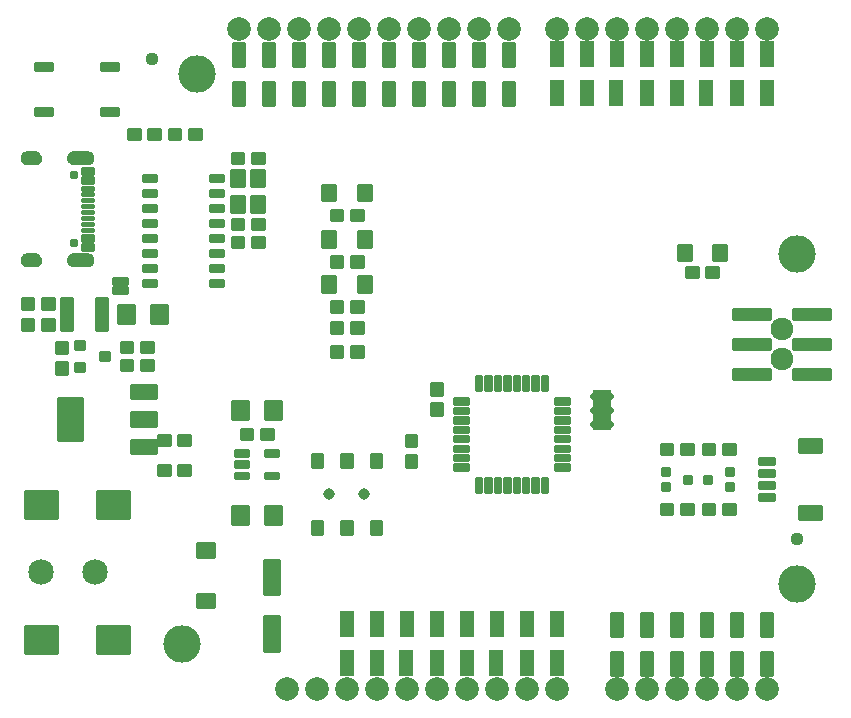
<source format=gts>
G04 EAGLE Gerber RS-274X export*
G75*
%MOMM*%
%FSLAX34Y34*%
%LPD*%
%INSoldermask Top*%
%IPPOS*%
%AMOC8*
5,1,8,0,0,1.08239X$1,22.5*%
G01*
%ADD10C,0.225400*%
%ADD11C,0.229050*%
%ADD12C,0.231750*%
%ADD13C,0.228853*%
%ADD14C,0.232700*%
%ADD15C,3.175000*%
%ADD16C,1.127000*%
%ADD17R,1.200000X2.200000*%
%ADD18C,0.577000*%
%ADD19R,1.534156X3.495038*%
%ADD20C,1.927000*%
%ADD21C,0.225588*%
%ADD22C,0.223519*%
%ADD23C,0.227428*%
%ADD24C,2.159000*%
%ADD25C,0.231559*%
%ADD26C,0.226312*%
%ADD27C,0.223409*%
%ADD28C,0.225369*%
%ADD29C,0.230578*%
%ADD30C,0.777000*%
%ADD31C,0.222250*%
%ADD32C,0.228600*%
%ADD33C,0.977000*%
%ADD34C,2.006600*%

G36*
X60304Y456254D02*
X60304Y456254D01*
X60307Y456251D01*
X61429Y456406D01*
X61434Y456411D01*
X61438Y456408D01*
X62509Y456779D01*
X62513Y456785D01*
X62518Y456783D01*
X63495Y457356D01*
X63498Y457362D01*
X63503Y457361D01*
X64350Y458114D01*
X64352Y458121D01*
X64357Y458121D01*
X65041Y459024D01*
X65041Y459031D01*
X65046Y459032D01*
X65541Y460051D01*
X65539Y460058D01*
X65544Y460060D01*
X65831Y461157D01*
X65829Y461161D01*
X65831Y461162D01*
X65829Y461164D01*
X65832Y461166D01*
X65899Y462297D01*
X65897Y462301D01*
X65899Y462303D01*
X65832Y463434D01*
X65827Y463439D01*
X65831Y463443D01*
X65544Y464540D01*
X65538Y464544D01*
X65541Y464549D01*
X65046Y465568D01*
X65040Y465571D01*
X65041Y465576D01*
X64357Y466479D01*
X64350Y466481D01*
X64350Y466486D01*
X63503Y467239D01*
X63496Y467239D01*
X63495Y467244D01*
X62518Y467817D01*
X62511Y467816D01*
X62509Y467821D01*
X61438Y468192D01*
X61432Y468189D01*
X61429Y468194D01*
X60307Y468349D01*
X60302Y468346D01*
X60300Y468349D01*
X48300Y468349D01*
X48295Y468346D01*
X48292Y468349D01*
X47025Y468144D01*
X47019Y468138D01*
X47015Y468141D01*
X45825Y467659D01*
X45821Y467652D01*
X45815Y467654D01*
X44762Y466920D01*
X44760Y466912D01*
X44754Y466913D01*
X43891Y465963D01*
X43890Y465954D01*
X43885Y465954D01*
X43255Y464835D01*
X43256Y464827D01*
X43250Y464825D01*
X42885Y463595D01*
X42888Y463587D01*
X42883Y463584D01*
X42801Y462303D01*
X42804Y462299D01*
X42801Y462297D01*
X42883Y461016D01*
X42889Y461010D01*
X42885Y461005D01*
X43250Y459775D01*
X43257Y459770D01*
X43255Y459765D01*
X43885Y458646D01*
X43892Y458643D01*
X43891Y458637D01*
X44754Y457687D01*
X44762Y457686D01*
X44762Y457680D01*
X45815Y456946D01*
X45823Y456946D01*
X45825Y456941D01*
X47015Y456459D01*
X47022Y456461D01*
X47025Y456456D01*
X48292Y456251D01*
X48297Y456254D01*
X48300Y456251D01*
X60300Y456251D01*
X60304Y456254D01*
G37*
G36*
X60304Y369854D02*
X60304Y369854D01*
X60307Y369851D01*
X61429Y370006D01*
X61434Y370011D01*
X61438Y370008D01*
X62509Y370379D01*
X62513Y370385D01*
X62518Y370383D01*
X63495Y370956D01*
X63498Y370962D01*
X63503Y370961D01*
X64350Y371714D01*
X64352Y371721D01*
X64357Y371721D01*
X65041Y372624D01*
X65041Y372631D01*
X65046Y372632D01*
X65541Y373651D01*
X65539Y373658D01*
X65544Y373660D01*
X65831Y374757D01*
X65829Y374761D01*
X65831Y374762D01*
X65829Y374764D01*
X65832Y374766D01*
X65899Y375897D01*
X65897Y375901D01*
X65899Y375903D01*
X65832Y377034D01*
X65827Y377039D01*
X65831Y377043D01*
X65544Y378140D01*
X65538Y378144D01*
X65541Y378149D01*
X65046Y379168D01*
X65040Y379171D01*
X65041Y379176D01*
X64357Y380079D01*
X64350Y380081D01*
X64350Y380086D01*
X63503Y380839D01*
X63496Y380839D01*
X63495Y380844D01*
X62518Y381417D01*
X62511Y381416D01*
X62509Y381421D01*
X61438Y381792D01*
X61432Y381789D01*
X61429Y381794D01*
X60307Y381949D01*
X60302Y381946D01*
X60300Y381949D01*
X48300Y381949D01*
X48295Y381946D01*
X48292Y381949D01*
X47025Y381744D01*
X47019Y381738D01*
X47015Y381741D01*
X45825Y381259D01*
X45821Y381252D01*
X45815Y381254D01*
X44762Y380520D01*
X44760Y380512D01*
X44754Y380513D01*
X43891Y379563D01*
X43890Y379554D01*
X43885Y379554D01*
X43255Y378435D01*
X43256Y378427D01*
X43250Y378425D01*
X42885Y377195D01*
X42888Y377187D01*
X42883Y377184D01*
X42801Y375903D01*
X42804Y375899D01*
X42801Y375897D01*
X42883Y374616D01*
X42889Y374610D01*
X42885Y374605D01*
X43250Y373375D01*
X43257Y373370D01*
X43255Y373365D01*
X43885Y372246D01*
X43892Y372243D01*
X43891Y372237D01*
X44754Y371287D01*
X44762Y371286D01*
X44762Y371280D01*
X45815Y370546D01*
X45823Y370546D01*
X45825Y370541D01*
X47015Y370059D01*
X47022Y370061D01*
X47025Y370056D01*
X48292Y369851D01*
X48297Y369854D01*
X48300Y369851D01*
X60300Y369851D01*
X60304Y369854D01*
G37*
G36*
X15503Y456253D02*
X15503Y456253D01*
X15505Y456251D01*
X16681Y456362D01*
X16686Y456367D01*
X16690Y456364D01*
X17822Y456702D01*
X17826Y456708D01*
X17831Y456706D01*
X18875Y457258D01*
X18878Y457265D01*
X18883Y457263D01*
X19799Y458009D01*
X19800Y458016D01*
X19806Y458016D01*
X20559Y458926D01*
X20559Y458933D01*
X20564Y458934D01*
X21125Y459973D01*
X21124Y459978D01*
X21128Y459980D01*
X21127Y459981D01*
X21129Y459982D01*
X21476Y461111D01*
X21476Y461112D01*
X21477Y461113D01*
X21474Y461117D01*
X21478Y461120D01*
X21599Y462295D01*
X21595Y462302D01*
X21599Y462306D01*
X21442Y463646D01*
X21437Y463652D01*
X21440Y463657D01*
X20989Y464928D01*
X20982Y464933D01*
X20984Y464938D01*
X20262Y466077D01*
X20254Y466080D01*
X20255Y466086D01*
X19297Y467036D01*
X19289Y467037D01*
X19288Y467043D01*
X18143Y467756D01*
X18135Y467755D01*
X18133Y467761D01*
X16857Y468201D01*
X16850Y468199D01*
X16847Y468203D01*
X15505Y468349D01*
X15502Y468347D01*
X15500Y468349D01*
X9500Y468349D01*
X9497Y468347D01*
X9494Y468349D01*
X8165Y468194D01*
X8159Y468188D01*
X8155Y468191D01*
X6894Y467744D01*
X6889Y467737D01*
X6884Y467739D01*
X5754Y467022D01*
X5751Y467015D01*
X5745Y467016D01*
X4803Y466066D01*
X4802Y466057D01*
X4796Y466057D01*
X4089Y464921D01*
X4090Y464913D01*
X4084Y464911D01*
X3648Y463646D01*
X3650Y463638D01*
X3645Y463636D01*
X3501Y462305D01*
X3505Y462299D01*
X3501Y462295D01*
X3611Y461129D01*
X3616Y461124D01*
X3613Y461120D01*
X3948Y459997D01*
X3954Y459993D01*
X3952Y459989D01*
X4500Y458953D01*
X4506Y458950D01*
X4505Y458945D01*
X5244Y458037D01*
X5251Y458035D01*
X5251Y458030D01*
X6153Y457283D01*
X6161Y457283D01*
X6161Y457278D01*
X7192Y456721D01*
X7199Y456722D01*
X7201Y456717D01*
X8320Y456373D01*
X8327Y456375D01*
X8330Y456371D01*
X9495Y456251D01*
X9498Y456253D01*
X9500Y456251D01*
X15500Y456251D01*
X15503Y456253D01*
G37*
G36*
X15503Y369853D02*
X15503Y369853D01*
X15505Y369851D01*
X16681Y369962D01*
X16686Y369967D01*
X16690Y369964D01*
X17822Y370302D01*
X17826Y370308D01*
X17831Y370306D01*
X18875Y370858D01*
X18878Y370865D01*
X18883Y370863D01*
X19799Y371609D01*
X19800Y371616D01*
X19806Y371616D01*
X20559Y372526D01*
X20559Y372533D01*
X20564Y372534D01*
X21125Y373573D01*
X21124Y373578D01*
X21128Y373580D01*
X21127Y373581D01*
X21129Y373582D01*
X21476Y374711D01*
X21476Y374712D01*
X21477Y374713D01*
X21474Y374717D01*
X21478Y374720D01*
X21599Y375895D01*
X21595Y375902D01*
X21599Y375906D01*
X21442Y377246D01*
X21437Y377252D01*
X21440Y377257D01*
X20989Y378528D01*
X20982Y378533D01*
X20984Y378538D01*
X20262Y379677D01*
X20254Y379680D01*
X20255Y379686D01*
X19297Y380636D01*
X19289Y380637D01*
X19288Y380643D01*
X18143Y381356D01*
X18135Y381355D01*
X18133Y381361D01*
X16857Y381801D01*
X16850Y381799D01*
X16847Y381803D01*
X15505Y381949D01*
X15502Y381947D01*
X15500Y381949D01*
X9500Y381949D01*
X9497Y381947D01*
X9494Y381949D01*
X8165Y381794D01*
X8159Y381788D01*
X8155Y381791D01*
X6894Y381344D01*
X6889Y381337D01*
X6884Y381339D01*
X5754Y380622D01*
X5751Y380615D01*
X5745Y380616D01*
X4803Y379666D01*
X4802Y379657D01*
X4796Y379657D01*
X4089Y378521D01*
X4090Y378513D01*
X4084Y378511D01*
X3648Y377246D01*
X3650Y377238D01*
X3645Y377236D01*
X3501Y375905D01*
X3505Y375899D01*
X3501Y375895D01*
X3611Y374729D01*
X3616Y374724D01*
X3613Y374720D01*
X3948Y373597D01*
X3954Y373593D01*
X3952Y373589D01*
X4500Y372553D01*
X4506Y372550D01*
X4505Y372545D01*
X5244Y371637D01*
X5251Y371635D01*
X5251Y371630D01*
X6153Y370883D01*
X6161Y370883D01*
X6161Y370878D01*
X7192Y370321D01*
X7199Y370322D01*
X7201Y370317D01*
X8320Y369973D01*
X8327Y369975D01*
X8330Y369971D01*
X9495Y369851D01*
X9498Y369853D01*
X9500Y369851D01*
X15500Y369851D01*
X15503Y369853D01*
G37*
D10*
X329502Y218122D02*
X329502Y228138D01*
X338518Y228138D01*
X338518Y218122D01*
X329502Y218122D01*
X329502Y220263D02*
X338518Y220263D01*
X338518Y222404D02*
X329502Y222404D01*
X329502Y224545D02*
X338518Y224545D01*
X338518Y226686D02*
X329502Y226686D01*
X329502Y211138D02*
X329502Y201122D01*
X329502Y211138D02*
X338518Y211138D01*
X338518Y201122D01*
X329502Y201122D01*
X329502Y203263D02*
X338518Y203263D01*
X338518Y205404D02*
X329502Y205404D01*
X329502Y207545D02*
X338518Y207545D01*
X338518Y209686D02*
X329502Y209686D01*
X292908Y418528D02*
X282892Y418528D01*
X292908Y418528D02*
X292908Y409512D01*
X282892Y409512D01*
X282892Y418528D01*
X282892Y411653D02*
X292908Y411653D01*
X292908Y413794D02*
X282892Y413794D01*
X282892Y415935D02*
X292908Y415935D01*
X292908Y418076D02*
X282892Y418076D01*
X275908Y418528D02*
X265892Y418528D01*
X275908Y418528D02*
X275908Y409512D01*
X265892Y409512D01*
X265892Y418528D01*
X265892Y411653D02*
X275908Y411653D01*
X275908Y413794D02*
X265892Y413794D01*
X265892Y415935D02*
X275908Y415935D01*
X275908Y418076D02*
X265892Y418076D01*
X566882Y361252D02*
X576898Y361252D01*
X566882Y361252D02*
X566882Y370268D01*
X576898Y370268D01*
X576898Y361252D01*
X576898Y363393D02*
X566882Y363393D01*
X566882Y365534D02*
X576898Y365534D01*
X576898Y367675D02*
X566882Y367675D01*
X566882Y369816D02*
X576898Y369816D01*
X583882Y361252D02*
X593898Y361252D01*
X583882Y361252D02*
X583882Y370268D01*
X593898Y370268D01*
X593898Y361252D01*
X593898Y363393D02*
X583882Y363393D01*
X583882Y365534D02*
X593898Y365534D01*
X593898Y367675D02*
X583882Y367675D01*
X583882Y369816D02*
X593898Y369816D01*
X292908Y302958D02*
X282892Y302958D01*
X292908Y302958D02*
X292908Y293942D01*
X282892Y293942D01*
X282892Y302958D01*
X282892Y296083D02*
X292908Y296083D01*
X292908Y298224D02*
X282892Y298224D01*
X282892Y300365D02*
X292908Y300365D01*
X292908Y302506D02*
X282892Y302506D01*
X275908Y302958D02*
X265892Y302958D01*
X275908Y302958D02*
X275908Y293942D01*
X265892Y293942D01*
X265892Y302958D01*
X265892Y296083D02*
X275908Y296083D01*
X275908Y298224D02*
X265892Y298224D01*
X265892Y300365D02*
X275908Y300365D01*
X275908Y302506D02*
X265892Y302506D01*
X351092Y271878D02*
X351092Y261862D01*
X351092Y271878D02*
X360108Y271878D01*
X360108Y261862D01*
X351092Y261862D01*
X351092Y264003D02*
X360108Y264003D01*
X360108Y266144D02*
X351092Y266144D01*
X351092Y268285D02*
X360108Y268285D01*
X360108Y270426D02*
X351092Y270426D01*
X351092Y254878D02*
X351092Y244862D01*
X351092Y254878D02*
X360108Y254878D01*
X360108Y244862D01*
X351092Y244862D01*
X351092Y247003D02*
X360108Y247003D01*
X360108Y249144D02*
X351092Y249144D01*
X351092Y251285D02*
X360108Y251285D01*
X360108Y253426D02*
X351092Y253426D01*
D11*
X210710Y167510D02*
X210710Y152530D01*
X210710Y167510D02*
X223690Y167510D01*
X223690Y152530D01*
X210710Y152530D01*
X210710Y154706D02*
X223690Y154706D01*
X223690Y156882D02*
X210710Y156882D01*
X210710Y159058D02*
X223690Y159058D01*
X223690Y161234D02*
X210710Y161234D01*
X210710Y163410D02*
X223690Y163410D01*
X223690Y165586D02*
X210710Y165586D01*
X182710Y167510D02*
X182710Y152530D01*
X182710Y167510D02*
X195690Y167510D01*
X195690Y152530D01*
X182710Y152530D01*
X182710Y154706D02*
X195690Y154706D01*
X195690Y156882D02*
X182710Y156882D01*
X182710Y159058D02*
X195690Y159058D01*
X195690Y161234D02*
X182710Y161234D01*
X182710Y163410D02*
X195690Y163410D01*
X195690Y165586D02*
X182710Y165586D01*
D10*
X98108Y282512D02*
X88092Y282512D01*
X88092Y291528D01*
X98108Y291528D01*
X98108Y282512D01*
X98108Y284653D02*
X88092Y284653D01*
X88092Y286794D02*
X98108Y286794D01*
X98108Y288935D02*
X88092Y288935D01*
X88092Y291076D02*
X98108Y291076D01*
X105092Y282512D02*
X115108Y282512D01*
X105092Y282512D02*
X105092Y291528D01*
X115108Y291528D01*
X115108Y282512D01*
X115108Y284653D02*
X105092Y284653D01*
X105092Y286794D02*
X115108Y286794D01*
X115108Y288935D02*
X105092Y288935D01*
X105092Y291076D02*
X115108Y291076D01*
D11*
X222390Y122310D02*
X222390Y93330D01*
X209410Y93330D01*
X209410Y122310D01*
X222390Y122310D01*
X222390Y95506D02*
X209410Y95506D01*
X209410Y97682D02*
X222390Y97682D01*
X222390Y99858D02*
X209410Y99858D01*
X209410Y102034D02*
X222390Y102034D01*
X222390Y104210D02*
X209410Y104210D01*
X209410Y106386D02*
X222390Y106386D01*
X222390Y108562D02*
X209410Y108562D01*
X209410Y110738D02*
X222390Y110738D01*
X222390Y112914D02*
X209410Y112914D01*
X209410Y115090D02*
X222390Y115090D01*
X222390Y117266D02*
X209410Y117266D01*
X209410Y119442D02*
X222390Y119442D01*
X222390Y121618D02*
X209410Y121618D01*
X222390Y74310D02*
X222390Y45330D01*
X209410Y45330D01*
X209410Y74310D01*
X222390Y74310D01*
X222390Y47506D02*
X209410Y47506D01*
X209410Y49682D02*
X222390Y49682D01*
X222390Y51858D02*
X209410Y51858D01*
X209410Y54034D02*
X222390Y54034D01*
X222390Y56210D02*
X209410Y56210D01*
X209410Y58386D02*
X222390Y58386D01*
X222390Y60562D02*
X209410Y60562D01*
X209410Y62738D02*
X222390Y62738D01*
X222390Y64914D02*
X209410Y64914D01*
X209410Y67090D02*
X222390Y67090D01*
X222390Y69266D02*
X209410Y69266D01*
X209410Y71442D02*
X222390Y71442D01*
X222390Y73618D02*
X209410Y73618D01*
D10*
X33592Y296862D02*
X33592Y306878D01*
X42608Y306878D01*
X42608Y296862D01*
X33592Y296862D01*
X33592Y299003D02*
X42608Y299003D01*
X42608Y301144D02*
X33592Y301144D01*
X33592Y303285D02*
X42608Y303285D01*
X42608Y305426D02*
X33592Y305426D01*
X33592Y289878D02*
X33592Y279862D01*
X33592Y289878D02*
X42608Y289878D01*
X42608Y279862D01*
X33592Y279862D01*
X33592Y282003D02*
X42608Y282003D01*
X42608Y284144D02*
X33592Y284144D01*
X33592Y286285D02*
X42608Y286285D01*
X42608Y288426D02*
X33592Y288426D01*
D12*
X49524Y300664D02*
X49524Y307616D01*
X57476Y307616D01*
X57476Y300664D01*
X49524Y300664D01*
X49524Y302866D02*
X57476Y302866D01*
X57476Y305068D02*
X49524Y305068D01*
X49524Y307270D02*
X57476Y307270D01*
X49524Y288616D02*
X49524Y281664D01*
X49524Y288616D02*
X57476Y288616D01*
X57476Y281664D01*
X49524Y281664D01*
X49524Y283866D02*
X57476Y283866D01*
X57476Y286068D02*
X49524Y286068D01*
X49524Y288270D02*
X57476Y288270D01*
X70524Y291164D02*
X70524Y298116D01*
X78476Y298116D01*
X78476Y291164D01*
X70524Y291164D01*
X70524Y293366D02*
X78476Y293366D01*
X78476Y295568D02*
X70524Y295568D01*
X70524Y297770D02*
X78476Y297770D01*
D10*
X265892Y314262D02*
X275908Y314262D01*
X265892Y314262D02*
X265892Y323278D01*
X275908Y323278D01*
X275908Y314262D01*
X275908Y316403D02*
X265892Y316403D01*
X265892Y318544D02*
X275908Y318544D01*
X275908Y320685D02*
X265892Y320685D01*
X265892Y322826D02*
X275908Y322826D01*
X282892Y314262D02*
X292908Y314262D01*
X282892Y314262D02*
X282892Y323278D01*
X292908Y323278D01*
X292908Y314262D01*
X292908Y316403D02*
X282892Y316403D01*
X282892Y318544D02*
X292908Y318544D01*
X292908Y320685D02*
X282892Y320685D01*
X282892Y322826D02*
X292908Y322826D01*
X31288Y325818D02*
X21272Y325818D01*
X31288Y325818D02*
X31288Y316802D01*
X21272Y316802D01*
X21272Y325818D01*
X21272Y318943D02*
X31288Y318943D01*
X31288Y321084D02*
X21272Y321084D01*
X21272Y323225D02*
X31288Y323225D01*
X31288Y325366D02*
X21272Y325366D01*
X14288Y325818D02*
X4272Y325818D01*
X14288Y325818D02*
X14288Y316802D01*
X4272Y316802D01*
X4272Y325818D01*
X4272Y318943D02*
X14288Y318943D01*
X14288Y321084D02*
X4272Y321084D01*
X4272Y323225D02*
X14288Y323225D01*
X14288Y325366D02*
X4272Y325366D01*
D13*
X117855Y223773D02*
X117855Y212599D01*
X96521Y212599D01*
X96521Y223773D01*
X117855Y223773D01*
X117855Y214774D02*
X96521Y214774D01*
X96521Y216949D02*
X117855Y216949D01*
X117855Y219124D02*
X96521Y219124D01*
X96521Y221299D02*
X117855Y221299D01*
X117855Y223474D02*
X96521Y223474D01*
X117855Y235713D02*
X117855Y246887D01*
X117855Y235713D02*
X96521Y235713D01*
X96521Y246887D01*
X117855Y246887D01*
X117855Y237888D02*
X96521Y237888D01*
X96521Y240063D02*
X117855Y240063D01*
X117855Y242238D02*
X96521Y242238D01*
X96521Y244413D02*
X117855Y244413D01*
X117855Y246588D02*
X96521Y246588D01*
X117855Y258827D02*
X117855Y270001D01*
X117855Y258827D02*
X96521Y258827D01*
X96521Y270001D01*
X117855Y270001D01*
X117855Y261002D02*
X96521Y261002D01*
X96521Y263177D02*
X117855Y263177D01*
X117855Y265352D02*
X96521Y265352D01*
X96521Y267527D02*
X117855Y267527D01*
X117855Y269702D02*
X96521Y269702D01*
D14*
X55682Y258772D02*
X55682Y223828D01*
X34738Y223828D01*
X34738Y258772D01*
X55682Y258772D01*
X55682Y226039D02*
X34738Y226039D01*
X34738Y228250D02*
X55682Y228250D01*
X55682Y230461D02*
X34738Y230461D01*
X34738Y232672D02*
X55682Y232672D01*
X55682Y234883D02*
X34738Y234883D01*
X34738Y237094D02*
X55682Y237094D01*
X55682Y239305D02*
X34738Y239305D01*
X34738Y241516D02*
X55682Y241516D01*
X55682Y243727D02*
X34738Y243727D01*
X34738Y245938D02*
X55682Y245938D01*
X55682Y248149D02*
X34738Y248149D01*
X34738Y250360D02*
X55682Y250360D01*
X55682Y252571D02*
X34738Y252571D01*
X34738Y254782D02*
X55682Y254782D01*
X55682Y256993D02*
X34738Y256993D01*
D10*
X136842Y202628D02*
X146858Y202628D01*
X146858Y193612D01*
X136842Y193612D01*
X136842Y202628D01*
X136842Y195753D02*
X146858Y195753D01*
X146858Y197894D02*
X136842Y197894D01*
X136842Y200035D02*
X146858Y200035D01*
X146858Y202176D02*
X136842Y202176D01*
X129858Y202628D02*
X119842Y202628D01*
X129858Y202628D02*
X129858Y193612D01*
X119842Y193612D01*
X119842Y202628D01*
X119842Y195753D02*
X129858Y195753D01*
X129858Y197894D02*
X119842Y197894D01*
X119842Y200035D02*
X129858Y200035D01*
X129858Y202176D02*
X119842Y202176D01*
X119842Y219012D02*
X129858Y219012D01*
X119842Y219012D02*
X119842Y228028D01*
X129858Y228028D01*
X129858Y219012D01*
X129858Y221153D02*
X119842Y221153D01*
X119842Y223294D02*
X129858Y223294D01*
X129858Y225435D02*
X119842Y225435D01*
X119842Y227576D02*
X129858Y227576D01*
X136842Y219012D02*
X146858Y219012D01*
X136842Y219012D02*
X136842Y228028D01*
X146858Y228028D01*
X146858Y219012D01*
X146858Y221153D02*
X136842Y221153D01*
X136842Y223294D02*
X146858Y223294D01*
X146858Y225435D02*
X136842Y225435D01*
X136842Y227576D02*
X146858Y227576D01*
D15*
X139700Y50800D03*
X660400Y101600D03*
X660400Y381000D03*
X152400Y533400D03*
D16*
X660400Y139700D03*
X114300Y546100D03*
D10*
X98108Y297752D02*
X88092Y297752D01*
X88092Y306768D01*
X98108Y306768D01*
X98108Y297752D01*
X98108Y299893D02*
X88092Y299893D01*
X88092Y302034D02*
X98108Y302034D01*
X98108Y304175D02*
X88092Y304175D01*
X88092Y306316D02*
X98108Y306316D01*
X105092Y297752D02*
X115108Y297752D01*
X105092Y297752D02*
X105092Y306768D01*
X115108Y306768D01*
X115108Y297752D01*
X115108Y299893D02*
X105092Y299893D01*
X105092Y302034D02*
X115108Y302034D01*
X115108Y304175D02*
X105092Y304175D01*
X105092Y306316D02*
X115108Y306316D01*
D11*
X114190Y322710D02*
X114190Y337690D01*
X127170Y337690D01*
X127170Y322710D01*
X114190Y322710D01*
X114190Y324886D02*
X127170Y324886D01*
X127170Y327062D02*
X114190Y327062D01*
X114190Y329238D02*
X127170Y329238D01*
X127170Y331414D02*
X114190Y331414D01*
X114190Y333590D02*
X127170Y333590D01*
X127170Y335766D02*
X114190Y335766D01*
X86190Y337690D02*
X86190Y322710D01*
X86190Y337690D02*
X99170Y337690D01*
X99170Y322710D01*
X86190Y322710D01*
X86190Y324886D02*
X99170Y324886D01*
X99170Y327062D02*
X86190Y327062D01*
X86190Y329238D02*
X99170Y329238D01*
X99170Y331414D02*
X86190Y331414D01*
X86190Y333590D02*
X99170Y333590D01*
X99170Y335766D02*
X86190Y335766D01*
D10*
X335852Y507392D02*
X335852Y526408D01*
X344868Y526408D01*
X344868Y507392D01*
X335852Y507392D01*
X335852Y509533D02*
X344868Y509533D01*
X344868Y511674D02*
X335852Y511674D01*
X335852Y513815D02*
X344868Y513815D01*
X344868Y515956D02*
X335852Y515956D01*
X335852Y518097D02*
X344868Y518097D01*
X344868Y520238D02*
X335852Y520238D01*
X335852Y522379D02*
X344868Y522379D01*
X344868Y524520D02*
X335852Y524520D01*
X285052Y526408D02*
X285052Y507392D01*
X285052Y526408D02*
X294068Y526408D01*
X294068Y507392D01*
X285052Y507392D01*
X285052Y509533D02*
X294068Y509533D01*
X294068Y511674D02*
X285052Y511674D01*
X285052Y513815D02*
X294068Y513815D01*
X294068Y515956D02*
X285052Y515956D01*
X285052Y518097D02*
X294068Y518097D01*
X294068Y520238D02*
X285052Y520238D01*
X285052Y522379D02*
X294068Y522379D01*
X294068Y524520D02*
X285052Y524520D01*
X234252Y526408D02*
X234252Y507392D01*
X234252Y526408D02*
X243268Y526408D01*
X243268Y507392D01*
X234252Y507392D01*
X234252Y509533D02*
X243268Y509533D01*
X243268Y511674D02*
X234252Y511674D01*
X234252Y513815D02*
X243268Y513815D01*
X243268Y515956D02*
X234252Y515956D01*
X234252Y518097D02*
X243268Y518097D01*
X243268Y520238D02*
X234252Y520238D01*
X234252Y522379D02*
X243268Y522379D01*
X243268Y524520D02*
X234252Y524520D01*
X361252Y540392D02*
X361252Y559408D01*
X370268Y559408D01*
X370268Y540392D01*
X361252Y540392D01*
X361252Y542533D02*
X370268Y542533D01*
X370268Y544674D02*
X361252Y544674D01*
X361252Y546815D02*
X370268Y546815D01*
X370268Y548956D02*
X361252Y548956D01*
X361252Y551097D02*
X370268Y551097D01*
X370268Y553238D02*
X361252Y553238D01*
X361252Y555379D02*
X370268Y555379D01*
X370268Y557520D02*
X361252Y557520D01*
X310452Y559408D02*
X310452Y540392D01*
X310452Y559408D02*
X319468Y559408D01*
X319468Y540392D01*
X310452Y540392D01*
X310452Y542533D02*
X319468Y542533D01*
X319468Y544674D02*
X310452Y544674D01*
X310452Y546815D02*
X319468Y546815D01*
X319468Y548956D02*
X310452Y548956D01*
X310452Y551097D02*
X319468Y551097D01*
X319468Y553238D02*
X310452Y553238D01*
X310452Y555379D02*
X319468Y555379D01*
X319468Y557520D02*
X310452Y557520D01*
X259652Y559408D02*
X259652Y540392D01*
X259652Y559408D02*
X268668Y559408D01*
X268668Y540392D01*
X259652Y540392D01*
X259652Y542533D02*
X268668Y542533D01*
X268668Y544674D02*
X259652Y544674D01*
X259652Y546815D02*
X268668Y546815D01*
X268668Y548956D02*
X259652Y548956D01*
X259652Y551097D02*
X268668Y551097D01*
X268668Y553238D02*
X259652Y553238D01*
X259652Y555379D02*
X268668Y555379D01*
X268668Y557520D02*
X259652Y557520D01*
X208852Y559408D02*
X208852Y540392D01*
X208852Y559408D02*
X217868Y559408D01*
X217868Y540392D01*
X208852Y540392D01*
X208852Y542533D02*
X217868Y542533D01*
X217868Y544674D02*
X208852Y544674D01*
X208852Y546815D02*
X217868Y546815D01*
X217868Y548956D02*
X208852Y548956D01*
X208852Y551097D02*
X217868Y551097D01*
X217868Y553238D02*
X208852Y553238D01*
X208852Y555379D02*
X217868Y555379D01*
X217868Y557520D02*
X208852Y557520D01*
X192468Y559408D02*
X192468Y540392D01*
X183452Y540392D01*
X183452Y559408D01*
X192468Y559408D01*
X192468Y542533D02*
X183452Y542533D01*
X183452Y544674D02*
X192468Y544674D01*
X192468Y546815D02*
X183452Y546815D01*
X183452Y548956D02*
X192468Y548956D01*
X192468Y551097D02*
X183452Y551097D01*
X183452Y553238D02*
X192468Y553238D01*
X192468Y555379D02*
X183452Y555379D01*
X183452Y557520D02*
X192468Y557520D01*
X217868Y526408D02*
X217868Y507392D01*
X208852Y507392D01*
X208852Y526408D01*
X217868Y526408D01*
X217868Y509533D02*
X208852Y509533D01*
X208852Y511674D02*
X217868Y511674D01*
X217868Y513815D02*
X208852Y513815D01*
X208852Y515956D02*
X217868Y515956D01*
X217868Y518097D02*
X208852Y518097D01*
X208852Y520238D02*
X217868Y520238D01*
X217868Y522379D02*
X208852Y522379D01*
X208852Y524520D02*
X217868Y524520D01*
X243268Y540392D02*
X243268Y559408D01*
X243268Y540392D02*
X234252Y540392D01*
X234252Y559408D01*
X243268Y559408D01*
X243268Y542533D02*
X234252Y542533D01*
X234252Y544674D02*
X243268Y544674D01*
X243268Y546815D02*
X234252Y546815D01*
X234252Y548956D02*
X243268Y548956D01*
X243268Y551097D02*
X234252Y551097D01*
X234252Y553238D02*
X243268Y553238D01*
X243268Y555379D02*
X234252Y555379D01*
X234252Y557520D02*
X243268Y557520D01*
X268668Y526408D02*
X268668Y507392D01*
X259652Y507392D01*
X259652Y526408D01*
X268668Y526408D01*
X268668Y509533D02*
X259652Y509533D01*
X259652Y511674D02*
X268668Y511674D01*
X268668Y513815D02*
X259652Y513815D01*
X259652Y515956D02*
X268668Y515956D01*
X268668Y518097D02*
X259652Y518097D01*
X259652Y520238D02*
X268668Y520238D01*
X268668Y522379D02*
X259652Y522379D01*
X259652Y524520D02*
X268668Y524520D01*
X294068Y540392D02*
X294068Y559408D01*
X294068Y540392D02*
X285052Y540392D01*
X285052Y559408D01*
X294068Y559408D01*
X294068Y542533D02*
X285052Y542533D01*
X285052Y544674D02*
X294068Y544674D01*
X294068Y546815D02*
X285052Y546815D01*
X285052Y548956D02*
X294068Y548956D01*
X294068Y551097D02*
X285052Y551097D01*
X285052Y553238D02*
X294068Y553238D01*
X294068Y555379D02*
X285052Y555379D01*
X285052Y557520D02*
X294068Y557520D01*
X319468Y526408D02*
X319468Y507392D01*
X310452Y507392D01*
X310452Y526408D01*
X319468Y526408D01*
X319468Y509533D02*
X310452Y509533D01*
X310452Y511674D02*
X319468Y511674D01*
X319468Y513815D02*
X310452Y513815D01*
X310452Y515956D02*
X319468Y515956D01*
X319468Y518097D02*
X310452Y518097D01*
X310452Y520238D02*
X319468Y520238D01*
X319468Y522379D02*
X310452Y522379D01*
X310452Y524520D02*
X319468Y524520D01*
X344868Y540392D02*
X344868Y559408D01*
X344868Y540392D02*
X335852Y540392D01*
X335852Y559408D01*
X344868Y559408D01*
X344868Y542533D02*
X335852Y542533D01*
X335852Y544674D02*
X344868Y544674D01*
X344868Y546815D02*
X335852Y546815D01*
X335852Y548956D02*
X344868Y548956D01*
X344868Y551097D02*
X335852Y551097D01*
X335852Y553238D02*
X344868Y553238D01*
X344868Y555379D02*
X335852Y555379D01*
X335852Y557520D02*
X344868Y557520D01*
X361252Y526408D02*
X361252Y507392D01*
X361252Y526408D02*
X370268Y526408D01*
X370268Y507392D01*
X361252Y507392D01*
X361252Y509533D02*
X370268Y509533D01*
X370268Y511674D02*
X361252Y511674D01*
X361252Y513815D02*
X370268Y513815D01*
X370268Y515956D02*
X361252Y515956D01*
X361252Y518097D02*
X370268Y518097D01*
X370268Y520238D02*
X361252Y520238D01*
X361252Y522379D02*
X370268Y522379D01*
X370268Y524520D02*
X361252Y524520D01*
X183452Y526408D02*
X183452Y507392D01*
X183452Y526408D02*
X192468Y526408D01*
X192468Y507392D01*
X183452Y507392D01*
X183452Y509533D02*
X192468Y509533D01*
X192468Y511674D02*
X183452Y511674D01*
X183452Y513815D02*
X192468Y513815D01*
X192468Y515956D02*
X183452Y515956D01*
X183452Y518097D02*
X192468Y518097D01*
X192468Y520238D02*
X183452Y520238D01*
X183452Y522379D02*
X192468Y522379D01*
X192468Y524520D02*
X183452Y524520D01*
X386652Y540392D02*
X386652Y559408D01*
X395668Y559408D01*
X395668Y540392D01*
X386652Y540392D01*
X386652Y542533D02*
X395668Y542533D01*
X395668Y544674D02*
X386652Y544674D01*
X386652Y546815D02*
X395668Y546815D01*
X395668Y548956D02*
X386652Y548956D01*
X386652Y551097D02*
X395668Y551097D01*
X395668Y553238D02*
X386652Y553238D01*
X386652Y555379D02*
X395668Y555379D01*
X395668Y557520D02*
X386652Y557520D01*
X412052Y559408D02*
X412052Y540392D01*
X412052Y559408D02*
X421068Y559408D01*
X421068Y540392D01*
X412052Y540392D01*
X412052Y542533D02*
X421068Y542533D01*
X421068Y544674D02*
X412052Y544674D01*
X412052Y546815D02*
X421068Y546815D01*
X421068Y548956D02*
X412052Y548956D01*
X412052Y551097D02*
X421068Y551097D01*
X421068Y553238D02*
X412052Y553238D01*
X412052Y555379D02*
X421068Y555379D01*
X421068Y557520D02*
X412052Y557520D01*
X386652Y526408D02*
X386652Y507392D01*
X386652Y526408D02*
X395668Y526408D01*
X395668Y507392D01*
X386652Y507392D01*
X386652Y509533D02*
X395668Y509533D01*
X395668Y511674D02*
X386652Y511674D01*
X386652Y513815D02*
X395668Y513815D01*
X395668Y515956D02*
X386652Y515956D01*
X386652Y518097D02*
X395668Y518097D01*
X395668Y520238D02*
X386652Y520238D01*
X386652Y522379D02*
X395668Y522379D01*
X395668Y524520D02*
X386652Y524520D01*
X412052Y526408D02*
X412052Y507392D01*
X412052Y526408D02*
X421068Y526408D01*
X421068Y507392D01*
X412052Y507392D01*
X412052Y509533D02*
X421068Y509533D01*
X421068Y511674D02*
X412052Y511674D01*
X412052Y513815D02*
X421068Y513815D01*
X421068Y515956D02*
X412052Y515956D01*
X412052Y518097D02*
X421068Y518097D01*
X421068Y520238D02*
X412052Y520238D01*
X412052Y522379D02*
X421068Y522379D01*
X421068Y524520D02*
X412052Y524520D01*
D17*
X432000Y67400D03*
X431800Y34400D03*
X457400Y67400D03*
X457200Y34400D03*
X406500Y67400D03*
X406300Y34400D03*
X381200Y67400D03*
X381000Y34400D03*
X355800Y67400D03*
X355600Y34400D03*
X330300Y67400D03*
X330100Y34400D03*
X279600Y67400D03*
X279400Y34400D03*
X305000Y67400D03*
X304800Y34400D03*
D18*
X488025Y236920D02*
X502575Y236920D01*
X502575Y248920D02*
X488025Y248920D01*
X488025Y260920D02*
X502575Y260920D01*
D19*
X495325Y248895D03*
D20*
X647700Y317500D03*
X647700Y292100D03*
D10*
X657742Y300292D02*
X688458Y300292D01*
X657742Y300292D02*
X657742Y309308D01*
X688458Y309308D01*
X688458Y300292D01*
X688458Y302433D02*
X657742Y302433D01*
X657742Y304574D02*
X688458Y304574D01*
X688458Y306715D02*
X657742Y306715D01*
X657742Y308856D02*
X688458Y308856D01*
X637658Y300292D02*
X606942Y300292D01*
X606942Y309308D01*
X637658Y309308D01*
X637658Y300292D01*
X637658Y302433D02*
X606942Y302433D01*
X606942Y304574D02*
X637658Y304574D01*
X637658Y306715D02*
X606942Y306715D01*
X606942Y308856D02*
X637658Y308856D01*
X637658Y274892D02*
X606942Y274892D01*
X606942Y283908D01*
X637658Y283908D01*
X637658Y274892D01*
X637658Y277033D02*
X606942Y277033D01*
X606942Y279174D02*
X637658Y279174D01*
X637658Y281315D02*
X606942Y281315D01*
X606942Y283456D02*
X637658Y283456D01*
X657742Y274892D02*
X688458Y274892D01*
X657742Y274892D02*
X657742Y283908D01*
X688458Y283908D01*
X688458Y274892D01*
X688458Y277033D02*
X657742Y277033D01*
X657742Y279174D02*
X688458Y279174D01*
X688458Y281315D02*
X657742Y281315D01*
X657742Y283456D02*
X688458Y283456D01*
X688458Y325692D02*
X657742Y325692D01*
X657742Y334708D01*
X688458Y334708D01*
X688458Y325692D01*
X688458Y327833D02*
X657742Y327833D01*
X657742Y329974D02*
X688458Y329974D01*
X688458Y332115D02*
X657742Y332115D01*
X657742Y334256D02*
X688458Y334256D01*
X637658Y325692D02*
X606942Y325692D01*
X606942Y334708D01*
X637658Y334708D01*
X637658Y325692D01*
X637658Y327833D02*
X606942Y327833D01*
X606942Y329974D02*
X637658Y329974D01*
X637658Y332115D02*
X606942Y332115D01*
X606942Y334256D02*
X637658Y334256D01*
D11*
X195690Y256410D02*
X195690Y241430D01*
X182710Y241430D01*
X182710Y256410D01*
X195690Y256410D01*
X195690Y243606D02*
X182710Y243606D01*
X182710Y245782D02*
X195690Y245782D01*
X195690Y247958D02*
X182710Y247958D01*
X182710Y250134D02*
X195690Y250134D01*
X195690Y252310D02*
X182710Y252310D01*
X182710Y254486D02*
X195690Y254486D01*
X223690Y256410D02*
X223690Y241430D01*
X210710Y241430D01*
X210710Y256410D01*
X223690Y256410D01*
X223690Y243606D02*
X210710Y243606D01*
X210710Y245782D02*
X223690Y245782D01*
X223690Y247958D02*
X210710Y247958D01*
X210710Y250134D02*
X223690Y250134D01*
X223690Y252310D02*
X210710Y252310D01*
X210710Y254486D02*
X223690Y254486D01*
D21*
X559883Y375763D02*
X570897Y375763D01*
X559883Y375763D02*
X559883Y388777D01*
X570897Y388777D01*
X570897Y375763D01*
X570897Y377906D02*
X559883Y377906D01*
X559883Y380049D02*
X570897Y380049D01*
X570897Y382192D02*
X559883Y382192D01*
X559883Y384335D02*
X570897Y384335D01*
X570897Y386478D02*
X559883Y386478D01*
X559883Y388621D02*
X570897Y388621D01*
X589883Y375763D02*
X600897Y375763D01*
X589883Y375763D02*
X589883Y388777D01*
X600897Y388777D01*
X600897Y375763D01*
X600897Y377906D02*
X589883Y377906D01*
X589883Y380049D02*
X600897Y380049D01*
X600897Y382192D02*
X589883Y382192D01*
X589883Y384335D02*
X600897Y384335D01*
X600897Y386478D02*
X589883Y386478D01*
X589883Y388621D02*
X600897Y388621D01*
X269907Y426563D02*
X258893Y426563D01*
X258893Y439577D01*
X269907Y439577D01*
X269907Y426563D01*
X269907Y428706D02*
X258893Y428706D01*
X258893Y430849D02*
X269907Y430849D01*
X269907Y432992D02*
X258893Y432992D01*
X258893Y435135D02*
X269907Y435135D01*
X269907Y437278D02*
X258893Y437278D01*
X258893Y439421D02*
X269907Y439421D01*
X288893Y426563D02*
X299907Y426563D01*
X288893Y426563D02*
X288893Y439577D01*
X299907Y439577D01*
X299907Y426563D01*
X299907Y428706D02*
X288893Y428706D01*
X288893Y430849D02*
X299907Y430849D01*
X299907Y432992D02*
X288893Y432992D01*
X288893Y435135D02*
X299907Y435135D01*
X299907Y437278D02*
X288893Y437278D01*
X288893Y439421D02*
X299907Y439421D01*
D22*
X153152Y93588D02*
X153152Y81852D01*
X153152Y93588D02*
X166888Y93588D01*
X166888Y81852D01*
X153152Y81852D01*
X153152Y83975D02*
X166888Y83975D01*
X166888Y86098D02*
X153152Y86098D01*
X153152Y88221D02*
X166888Y88221D01*
X166888Y90344D02*
X153152Y90344D01*
X153152Y92467D02*
X166888Y92467D01*
X166888Y124852D02*
X166888Y136588D01*
X166888Y124852D02*
X153152Y124852D01*
X153152Y136588D01*
X166888Y136588D01*
X166888Y126975D02*
X153152Y126975D01*
X153152Y129098D02*
X166888Y129098D01*
X166888Y131221D02*
X153152Y131221D01*
X153152Y133344D02*
X166888Y133344D01*
X166888Y135467D02*
X153152Y135467D01*
D17*
X609800Y550000D03*
X609600Y517000D03*
X635200Y550000D03*
X635000Y517000D03*
X584300Y550000D03*
X584100Y517000D03*
X559000Y550000D03*
X558800Y517000D03*
X533600Y550000D03*
X533400Y517000D03*
X508100Y550000D03*
X507900Y517000D03*
X457400Y550000D03*
X457200Y517000D03*
X482800Y550000D03*
X482600Y517000D03*
D10*
X605092Y43808D02*
X605092Y24792D01*
X605092Y43808D02*
X614108Y43808D01*
X614108Y24792D01*
X605092Y24792D01*
X605092Y26933D02*
X614108Y26933D01*
X614108Y29074D02*
X605092Y29074D01*
X605092Y31215D02*
X614108Y31215D01*
X614108Y33356D02*
X605092Y33356D01*
X605092Y35497D02*
X614108Y35497D01*
X614108Y37638D02*
X605092Y37638D01*
X605092Y39779D02*
X614108Y39779D01*
X614108Y41920D02*
X605092Y41920D01*
X554292Y43808D02*
X554292Y24792D01*
X554292Y43808D02*
X563308Y43808D01*
X563308Y24792D01*
X554292Y24792D01*
X554292Y26933D02*
X563308Y26933D01*
X563308Y29074D02*
X554292Y29074D01*
X554292Y31215D02*
X563308Y31215D01*
X563308Y33356D02*
X554292Y33356D01*
X554292Y35497D02*
X563308Y35497D01*
X563308Y37638D02*
X554292Y37638D01*
X554292Y39779D02*
X563308Y39779D01*
X563308Y41920D02*
X554292Y41920D01*
X503492Y43808D02*
X503492Y24792D01*
X503492Y43808D02*
X512508Y43808D01*
X512508Y24792D01*
X503492Y24792D01*
X503492Y26933D02*
X512508Y26933D01*
X512508Y29074D02*
X503492Y29074D01*
X503492Y31215D02*
X512508Y31215D01*
X512508Y33356D02*
X503492Y33356D01*
X503492Y35497D02*
X512508Y35497D01*
X512508Y37638D02*
X503492Y37638D01*
X503492Y39779D02*
X512508Y39779D01*
X512508Y41920D02*
X503492Y41920D01*
X630492Y57792D02*
X630492Y76808D01*
X639508Y76808D01*
X639508Y57792D01*
X630492Y57792D01*
X630492Y59933D02*
X639508Y59933D01*
X639508Y62074D02*
X630492Y62074D01*
X630492Y64215D02*
X639508Y64215D01*
X639508Y66356D02*
X630492Y66356D01*
X630492Y68497D02*
X639508Y68497D01*
X639508Y70638D02*
X630492Y70638D01*
X630492Y72779D02*
X639508Y72779D01*
X639508Y74920D02*
X630492Y74920D01*
X579692Y76808D02*
X579692Y57792D01*
X579692Y76808D02*
X588708Y76808D01*
X588708Y57792D01*
X579692Y57792D01*
X579692Y59933D02*
X588708Y59933D01*
X588708Y62074D02*
X579692Y62074D01*
X579692Y64215D02*
X588708Y64215D01*
X588708Y66356D02*
X579692Y66356D01*
X579692Y68497D02*
X588708Y68497D01*
X588708Y70638D02*
X579692Y70638D01*
X579692Y72779D02*
X588708Y72779D01*
X588708Y74920D02*
X579692Y74920D01*
X528892Y76808D02*
X528892Y57792D01*
X528892Y76808D02*
X537908Y76808D01*
X537908Y57792D01*
X528892Y57792D01*
X528892Y59933D02*
X537908Y59933D01*
X537908Y62074D02*
X528892Y62074D01*
X528892Y64215D02*
X537908Y64215D01*
X537908Y66356D02*
X528892Y66356D01*
X528892Y68497D02*
X537908Y68497D01*
X537908Y70638D02*
X528892Y70638D01*
X528892Y72779D02*
X537908Y72779D01*
X537908Y74920D02*
X528892Y74920D01*
X512508Y76808D02*
X512508Y57792D01*
X503492Y57792D01*
X503492Y76808D01*
X512508Y76808D01*
X512508Y59933D02*
X503492Y59933D01*
X503492Y62074D02*
X512508Y62074D01*
X512508Y64215D02*
X503492Y64215D01*
X503492Y66356D02*
X512508Y66356D01*
X512508Y68497D02*
X503492Y68497D01*
X503492Y70638D02*
X512508Y70638D01*
X512508Y72779D02*
X503492Y72779D01*
X503492Y74920D02*
X512508Y74920D01*
X537908Y43808D02*
X537908Y24792D01*
X528892Y24792D01*
X528892Y43808D01*
X537908Y43808D01*
X537908Y26933D02*
X528892Y26933D01*
X528892Y29074D02*
X537908Y29074D01*
X537908Y31215D02*
X528892Y31215D01*
X528892Y33356D02*
X537908Y33356D01*
X537908Y35497D02*
X528892Y35497D01*
X528892Y37638D02*
X537908Y37638D01*
X537908Y39779D02*
X528892Y39779D01*
X528892Y41920D02*
X537908Y41920D01*
X563308Y57792D02*
X563308Y76808D01*
X563308Y57792D02*
X554292Y57792D01*
X554292Y76808D01*
X563308Y76808D01*
X563308Y59933D02*
X554292Y59933D01*
X554292Y62074D02*
X563308Y62074D01*
X563308Y64215D02*
X554292Y64215D01*
X554292Y66356D02*
X563308Y66356D01*
X563308Y68497D02*
X554292Y68497D01*
X554292Y70638D02*
X563308Y70638D01*
X563308Y72779D02*
X554292Y72779D01*
X554292Y74920D02*
X563308Y74920D01*
X588708Y43808D02*
X588708Y24792D01*
X579692Y24792D01*
X579692Y43808D01*
X588708Y43808D01*
X588708Y26933D02*
X579692Y26933D01*
X579692Y29074D02*
X588708Y29074D01*
X588708Y31215D02*
X579692Y31215D01*
X579692Y33356D02*
X588708Y33356D01*
X588708Y35497D02*
X579692Y35497D01*
X579692Y37638D02*
X588708Y37638D01*
X588708Y39779D02*
X579692Y39779D01*
X579692Y41920D02*
X588708Y41920D01*
X614108Y57792D02*
X614108Y76808D01*
X614108Y57792D02*
X605092Y57792D01*
X605092Y76808D01*
X614108Y76808D01*
X614108Y59933D02*
X605092Y59933D01*
X605092Y62074D02*
X614108Y62074D01*
X614108Y64215D02*
X605092Y64215D01*
X605092Y66356D02*
X614108Y66356D01*
X614108Y68497D02*
X605092Y68497D01*
X605092Y70638D02*
X614108Y70638D01*
X614108Y72779D02*
X605092Y72779D01*
X605092Y74920D02*
X614108Y74920D01*
X639508Y43808D02*
X639508Y24792D01*
X630492Y24792D01*
X630492Y43808D01*
X639508Y43808D01*
X639508Y26933D02*
X630492Y26933D01*
X630492Y29074D02*
X639508Y29074D01*
X639508Y31215D02*
X630492Y31215D01*
X630492Y33356D02*
X639508Y33356D01*
X639508Y35497D02*
X630492Y35497D01*
X630492Y37638D02*
X639508Y37638D01*
X639508Y39779D02*
X630492Y39779D01*
X630492Y41920D02*
X639508Y41920D01*
D23*
X33818Y157262D02*
X6822Y157262D01*
X6822Y180258D01*
X33818Y180258D01*
X33818Y157262D01*
X33818Y159422D02*
X6822Y159422D01*
X6822Y161582D02*
X33818Y161582D01*
X33818Y163742D02*
X6822Y163742D01*
X6822Y165902D02*
X33818Y165902D01*
X33818Y168062D02*
X6822Y168062D01*
X6822Y170222D02*
X33818Y170222D01*
X33818Y172382D02*
X6822Y172382D01*
X6822Y174542D02*
X33818Y174542D01*
X33818Y176702D02*
X6822Y176702D01*
X6822Y178862D02*
X33818Y178862D01*
X33818Y43262D02*
X6822Y43262D01*
X6822Y66258D01*
X33818Y66258D01*
X33818Y43262D01*
X33818Y45422D02*
X6822Y45422D01*
X6822Y47582D02*
X33818Y47582D01*
X33818Y49742D02*
X6822Y49742D01*
X6822Y51902D02*
X33818Y51902D01*
X33818Y54062D02*
X6822Y54062D01*
X6822Y56222D02*
X33818Y56222D01*
X33818Y58382D02*
X6822Y58382D01*
X6822Y60542D02*
X33818Y60542D01*
X33818Y62702D02*
X6822Y62702D01*
X6822Y64862D02*
X33818Y64862D01*
X67822Y157262D02*
X94818Y157262D01*
X67822Y157262D02*
X67822Y180258D01*
X94818Y180258D01*
X94818Y157262D01*
X94818Y159422D02*
X67822Y159422D01*
X67822Y161582D02*
X94818Y161582D01*
X94818Y163742D02*
X67822Y163742D01*
X67822Y165902D02*
X94818Y165902D01*
X94818Y168062D02*
X67822Y168062D01*
X67822Y170222D02*
X94818Y170222D01*
X94818Y172382D02*
X67822Y172382D01*
X67822Y174542D02*
X94818Y174542D01*
X94818Y176702D02*
X67822Y176702D01*
X67822Y178862D02*
X94818Y178862D01*
X94818Y43262D02*
X67822Y43262D01*
X67822Y66258D01*
X94818Y66258D01*
X94818Y43262D01*
X94818Y45422D02*
X67822Y45422D01*
X67822Y47582D02*
X94818Y47582D01*
X94818Y49742D02*
X67822Y49742D01*
X67822Y51902D02*
X94818Y51902D01*
X94818Y54062D02*
X67822Y54062D01*
X67822Y56222D02*
X94818Y56222D01*
X94818Y58382D02*
X67822Y58382D01*
X67822Y60542D02*
X94818Y60542D01*
X94818Y62702D02*
X67822Y62702D01*
X67822Y64862D02*
X94818Y64862D01*
D24*
X20320Y111760D03*
X66040Y111760D03*
D25*
X606587Y181023D02*
X606587Y186977D01*
X606587Y181023D02*
X600633Y181023D01*
X600633Y186977D01*
X606587Y186977D01*
X606587Y183223D02*
X600633Y183223D01*
X600633Y185423D02*
X606587Y185423D01*
X606587Y194023D02*
X606587Y199977D01*
X606587Y194023D02*
X600633Y194023D01*
X600633Y199977D01*
X606587Y199977D01*
X606587Y196223D02*
X600633Y196223D01*
X600633Y198423D02*
X606587Y198423D01*
X588087Y193477D02*
X588087Y187523D01*
X582133Y187523D01*
X582133Y193477D01*
X588087Y193477D01*
X588087Y189723D02*
X582133Y189723D01*
X582133Y191923D02*
X588087Y191923D01*
D10*
X597852Y220408D02*
X607868Y220408D01*
X607868Y211392D01*
X597852Y211392D01*
X597852Y220408D01*
X597852Y213533D02*
X607868Y213533D01*
X607868Y215674D02*
X597852Y215674D01*
X597852Y217815D02*
X607868Y217815D01*
X607868Y219956D02*
X597852Y219956D01*
X590868Y220408D02*
X580852Y220408D01*
X590868Y220408D02*
X590868Y211392D01*
X580852Y211392D01*
X580852Y220408D01*
X580852Y213533D02*
X590868Y213533D01*
X590868Y215674D02*
X580852Y215674D01*
X580852Y217815D02*
X590868Y217815D01*
X590868Y219956D02*
X580852Y219956D01*
X597852Y169608D02*
X607868Y169608D01*
X607868Y160592D01*
X597852Y160592D01*
X597852Y169608D01*
X597852Y162733D02*
X607868Y162733D01*
X607868Y164874D02*
X597852Y164874D01*
X597852Y167015D02*
X607868Y167015D01*
X607868Y169156D02*
X597852Y169156D01*
X590868Y169608D02*
X580852Y169608D01*
X590868Y169608D02*
X590868Y160592D01*
X580852Y160592D01*
X580852Y169608D01*
X580852Y162733D02*
X590868Y162733D01*
X590868Y164874D02*
X580852Y164874D01*
X580852Y167015D02*
X590868Y167015D01*
X590868Y169156D02*
X580852Y169156D01*
D26*
X467880Y202898D02*
X456172Y202898D01*
X467880Y202898D02*
X467880Y198302D01*
X456172Y198302D01*
X456172Y202898D01*
X456172Y200452D02*
X467880Y200452D01*
X467880Y202602D02*
X456172Y202602D01*
X456172Y210898D02*
X467880Y210898D01*
X467880Y206302D01*
X456172Y206302D01*
X456172Y210898D01*
X456172Y208452D02*
X467880Y208452D01*
X467880Y210602D02*
X456172Y210602D01*
X456172Y218898D02*
X467880Y218898D01*
X467880Y214302D01*
X456172Y214302D01*
X456172Y218898D01*
X456172Y216452D02*
X467880Y216452D01*
X467880Y218602D02*
X456172Y218602D01*
X456172Y226898D02*
X467880Y226898D01*
X467880Y222302D01*
X456172Y222302D01*
X456172Y226898D01*
X456172Y224452D02*
X467880Y224452D01*
X467880Y226602D02*
X456172Y226602D01*
X456172Y234898D02*
X467880Y234898D01*
X467880Y230302D01*
X456172Y230302D01*
X456172Y234898D01*
X456172Y232452D02*
X467880Y232452D01*
X467880Y234602D02*
X456172Y234602D01*
X456172Y242898D02*
X467880Y242898D01*
X467880Y238302D01*
X456172Y238302D01*
X456172Y242898D01*
X456172Y240452D02*
X467880Y240452D01*
X467880Y242602D02*
X456172Y242602D01*
X456172Y250898D02*
X467880Y250898D01*
X467880Y246302D01*
X456172Y246302D01*
X456172Y250898D01*
X456172Y248452D02*
X467880Y248452D01*
X467880Y250602D02*
X456172Y250602D01*
X456172Y258898D02*
X467880Y258898D01*
X467880Y254302D01*
X456172Y254302D01*
X456172Y258898D01*
X456172Y256452D02*
X467880Y256452D01*
X467880Y258602D02*
X456172Y258602D01*
X449398Y277380D02*
X444802Y277380D01*
X449398Y277380D02*
X449398Y265672D01*
X444802Y265672D01*
X444802Y277380D01*
X444802Y267822D02*
X449398Y267822D01*
X449398Y269972D02*
X444802Y269972D01*
X444802Y272122D02*
X449398Y272122D01*
X449398Y274272D02*
X444802Y274272D01*
X444802Y276422D02*
X449398Y276422D01*
X441398Y277380D02*
X436802Y277380D01*
X441398Y277380D02*
X441398Y265672D01*
X436802Y265672D01*
X436802Y277380D01*
X436802Y267822D02*
X441398Y267822D01*
X441398Y269972D02*
X436802Y269972D01*
X436802Y272122D02*
X441398Y272122D01*
X441398Y274272D02*
X436802Y274272D01*
X436802Y276422D02*
X441398Y276422D01*
X433398Y277380D02*
X428802Y277380D01*
X433398Y277380D02*
X433398Y265672D01*
X428802Y265672D01*
X428802Y277380D01*
X428802Y267822D02*
X433398Y267822D01*
X433398Y269972D02*
X428802Y269972D01*
X428802Y272122D02*
X433398Y272122D01*
X433398Y274272D02*
X428802Y274272D01*
X428802Y276422D02*
X433398Y276422D01*
X425398Y277380D02*
X420802Y277380D01*
X425398Y277380D02*
X425398Y265672D01*
X420802Y265672D01*
X420802Y277380D01*
X420802Y267822D02*
X425398Y267822D01*
X425398Y269972D02*
X420802Y269972D01*
X420802Y272122D02*
X425398Y272122D01*
X425398Y274272D02*
X420802Y274272D01*
X420802Y276422D02*
X425398Y276422D01*
X417398Y277380D02*
X412802Y277380D01*
X417398Y277380D02*
X417398Y265672D01*
X412802Y265672D01*
X412802Y277380D01*
X412802Y267822D02*
X417398Y267822D01*
X417398Y269972D02*
X412802Y269972D01*
X412802Y272122D02*
X417398Y272122D01*
X417398Y274272D02*
X412802Y274272D01*
X412802Y276422D02*
X417398Y276422D01*
X409398Y277380D02*
X404802Y277380D01*
X409398Y277380D02*
X409398Y265672D01*
X404802Y265672D01*
X404802Y277380D01*
X404802Y267822D02*
X409398Y267822D01*
X409398Y269972D02*
X404802Y269972D01*
X404802Y272122D02*
X409398Y272122D01*
X409398Y274272D02*
X404802Y274272D01*
X404802Y276422D02*
X409398Y276422D01*
X401398Y277380D02*
X396802Y277380D01*
X401398Y277380D02*
X401398Y265672D01*
X396802Y265672D01*
X396802Y277380D01*
X396802Y267822D02*
X401398Y267822D01*
X401398Y269972D02*
X396802Y269972D01*
X396802Y272122D02*
X401398Y272122D01*
X401398Y274272D02*
X396802Y274272D01*
X396802Y276422D02*
X401398Y276422D01*
X393398Y277380D02*
X388802Y277380D01*
X393398Y277380D02*
X393398Y265672D01*
X388802Y265672D01*
X388802Y277380D01*
X388802Y267822D02*
X393398Y267822D01*
X393398Y269972D02*
X388802Y269972D01*
X388802Y272122D02*
X393398Y272122D01*
X393398Y274272D02*
X388802Y274272D01*
X388802Y276422D02*
X393398Y276422D01*
X382028Y258898D02*
X370320Y258898D01*
X382028Y258898D02*
X382028Y254302D01*
X370320Y254302D01*
X370320Y258898D01*
X370320Y256452D02*
X382028Y256452D01*
X382028Y258602D02*
X370320Y258602D01*
X370320Y250898D02*
X382028Y250898D01*
X382028Y246302D01*
X370320Y246302D01*
X370320Y250898D01*
X370320Y248452D02*
X382028Y248452D01*
X382028Y250602D02*
X370320Y250602D01*
X370320Y242898D02*
X382028Y242898D01*
X382028Y238302D01*
X370320Y238302D01*
X370320Y242898D01*
X370320Y240452D02*
X382028Y240452D01*
X382028Y242602D02*
X370320Y242602D01*
X370320Y234898D02*
X382028Y234898D01*
X382028Y230302D01*
X370320Y230302D01*
X370320Y234898D01*
X370320Y232452D02*
X382028Y232452D01*
X382028Y234602D02*
X370320Y234602D01*
X370320Y226898D02*
X382028Y226898D01*
X382028Y222302D01*
X370320Y222302D01*
X370320Y226898D01*
X370320Y224452D02*
X382028Y224452D01*
X382028Y226602D02*
X370320Y226602D01*
X370320Y218898D02*
X382028Y218898D01*
X382028Y214302D01*
X370320Y214302D01*
X370320Y218898D01*
X370320Y216452D02*
X382028Y216452D01*
X382028Y218602D02*
X370320Y218602D01*
X370320Y210898D02*
X382028Y210898D01*
X382028Y206302D01*
X370320Y206302D01*
X370320Y210898D01*
X370320Y208452D02*
X382028Y208452D01*
X382028Y210602D02*
X370320Y210602D01*
X370320Y202898D02*
X382028Y202898D01*
X382028Y198302D01*
X370320Y198302D01*
X370320Y202898D01*
X370320Y200452D02*
X382028Y200452D01*
X382028Y202602D02*
X370320Y202602D01*
X388802Y191528D02*
X393398Y191528D01*
X393398Y179820D01*
X388802Y179820D01*
X388802Y191528D01*
X388802Y181970D02*
X393398Y181970D01*
X393398Y184120D02*
X388802Y184120D01*
X388802Y186270D02*
X393398Y186270D01*
X393398Y188420D02*
X388802Y188420D01*
X388802Y190570D02*
X393398Y190570D01*
X396802Y191528D02*
X401398Y191528D01*
X401398Y179820D01*
X396802Y179820D01*
X396802Y191528D01*
X396802Y181970D02*
X401398Y181970D01*
X401398Y184120D02*
X396802Y184120D01*
X396802Y186270D02*
X401398Y186270D01*
X401398Y188420D02*
X396802Y188420D01*
X396802Y190570D02*
X401398Y190570D01*
X404802Y191528D02*
X409398Y191528D01*
X409398Y179820D01*
X404802Y179820D01*
X404802Y191528D01*
X404802Y181970D02*
X409398Y181970D01*
X409398Y184120D02*
X404802Y184120D01*
X404802Y186270D02*
X409398Y186270D01*
X409398Y188420D02*
X404802Y188420D01*
X404802Y190570D02*
X409398Y190570D01*
X412802Y191528D02*
X417398Y191528D01*
X417398Y179820D01*
X412802Y179820D01*
X412802Y191528D01*
X412802Y181970D02*
X417398Y181970D01*
X417398Y184120D02*
X412802Y184120D01*
X412802Y186270D02*
X417398Y186270D01*
X417398Y188420D02*
X412802Y188420D01*
X412802Y190570D02*
X417398Y190570D01*
X420802Y191528D02*
X425398Y191528D01*
X425398Y179820D01*
X420802Y179820D01*
X420802Y191528D01*
X420802Y181970D02*
X425398Y181970D01*
X425398Y184120D02*
X420802Y184120D01*
X420802Y186270D02*
X425398Y186270D01*
X425398Y188420D02*
X420802Y188420D01*
X420802Y190570D02*
X425398Y190570D01*
X428802Y191528D02*
X433398Y191528D01*
X433398Y179820D01*
X428802Y179820D01*
X428802Y191528D01*
X428802Y181970D02*
X433398Y181970D01*
X433398Y184120D02*
X428802Y184120D01*
X428802Y186270D02*
X433398Y186270D01*
X433398Y188420D02*
X428802Y188420D01*
X428802Y190570D02*
X433398Y190570D01*
X436802Y191528D02*
X441398Y191528D01*
X441398Y179820D01*
X436802Y179820D01*
X436802Y191528D01*
X436802Y181970D02*
X441398Y181970D01*
X441398Y184120D02*
X436802Y184120D01*
X436802Y186270D02*
X441398Y186270D01*
X441398Y188420D02*
X436802Y188420D01*
X436802Y190570D02*
X441398Y190570D01*
X444802Y191528D02*
X449398Y191528D01*
X449398Y179820D01*
X444802Y179820D01*
X444802Y191528D01*
X444802Y181970D02*
X449398Y181970D01*
X449398Y184120D02*
X444802Y184120D01*
X444802Y186270D02*
X449398Y186270D01*
X449398Y188420D02*
X444802Y188420D01*
X444802Y190570D02*
X449398Y190570D01*
D27*
X184681Y210432D02*
X184681Y214968D01*
X195717Y214968D01*
X195717Y210432D01*
X184681Y210432D01*
X184681Y212554D02*
X195717Y212554D01*
X195717Y214676D02*
X184681Y214676D01*
X184681Y205468D02*
X184681Y200932D01*
X184681Y205468D02*
X195717Y205468D01*
X195717Y200932D01*
X184681Y200932D01*
X184681Y203054D02*
X195717Y203054D01*
X195717Y205176D02*
X184681Y205176D01*
X184681Y195968D02*
X184681Y191432D01*
X184681Y195968D02*
X195717Y195968D01*
X195717Y191432D01*
X184681Y191432D01*
X184681Y193554D02*
X195717Y193554D01*
X195717Y195676D02*
X184681Y195676D01*
X210683Y195968D02*
X210683Y191432D01*
X210683Y195968D02*
X221719Y195968D01*
X221719Y191432D01*
X210683Y191432D01*
X210683Y193554D02*
X221719Y193554D01*
X221719Y195676D02*
X210683Y195676D01*
X210683Y210432D02*
X210683Y214968D01*
X221719Y214968D01*
X221719Y210432D01*
X210683Y210432D01*
X210683Y212554D02*
X221719Y212554D01*
X221719Y214676D02*
X210683Y214676D01*
D10*
X206692Y233108D02*
X216708Y233108D01*
X216708Y224092D01*
X206692Y224092D01*
X206692Y233108D01*
X206692Y226233D02*
X216708Y226233D01*
X216708Y228374D02*
X206692Y228374D01*
X206692Y230515D02*
X216708Y230515D01*
X216708Y232656D02*
X206692Y232656D01*
X199708Y233108D02*
X189692Y233108D01*
X199708Y233108D02*
X199708Y224092D01*
X189692Y224092D01*
X189692Y233108D01*
X189692Y226233D02*
X199708Y226233D01*
X199708Y228374D02*
X189692Y228374D01*
X189692Y230515D02*
X199708Y230515D01*
X199708Y232656D02*
X189692Y232656D01*
X192088Y386652D02*
X182072Y386652D01*
X182072Y395668D01*
X192088Y395668D01*
X192088Y386652D01*
X192088Y388793D02*
X182072Y388793D01*
X182072Y390934D02*
X192088Y390934D01*
X192088Y393075D02*
X182072Y393075D01*
X182072Y395216D02*
X192088Y395216D01*
X199072Y386652D02*
X209088Y386652D01*
X199072Y386652D02*
X199072Y395668D01*
X209088Y395668D01*
X209088Y386652D01*
X209088Y388793D02*
X199072Y388793D01*
X199072Y390934D02*
X209088Y390934D01*
X209088Y393075D02*
X199072Y393075D01*
X199072Y395216D02*
X209088Y395216D01*
D21*
X288893Y362107D02*
X299907Y362107D01*
X299907Y349093D01*
X288893Y349093D01*
X288893Y362107D01*
X288893Y351236D02*
X299907Y351236D01*
X299907Y353379D02*
X288893Y353379D01*
X288893Y355522D02*
X299907Y355522D01*
X299907Y357665D02*
X288893Y357665D01*
X288893Y359808D02*
X299907Y359808D01*
X299907Y361951D02*
X288893Y361951D01*
X269907Y362107D02*
X258893Y362107D01*
X269907Y362107D02*
X269907Y349093D01*
X258893Y349093D01*
X258893Y362107D01*
X258893Y351236D02*
X269907Y351236D01*
X269907Y353379D02*
X258893Y353379D01*
X258893Y355522D02*
X269907Y355522D01*
X269907Y357665D02*
X258893Y357665D01*
X258893Y359808D02*
X269907Y359808D01*
X269907Y361951D02*
X258893Y361951D01*
D10*
X282892Y341058D02*
X292908Y341058D01*
X292908Y332042D01*
X282892Y332042D01*
X282892Y341058D01*
X282892Y334183D02*
X292908Y334183D01*
X292908Y336324D02*
X282892Y336324D01*
X282892Y338465D02*
X292908Y338465D01*
X292908Y340606D02*
X282892Y340606D01*
X275908Y341058D02*
X265892Y341058D01*
X275908Y341058D02*
X275908Y332042D01*
X265892Y332042D01*
X265892Y341058D01*
X265892Y334183D02*
X275908Y334183D01*
X275908Y336324D02*
X265892Y336324D01*
X265892Y338465D02*
X275908Y338465D01*
X275908Y340606D02*
X265892Y340606D01*
X138748Y478092D02*
X128732Y478092D01*
X128732Y487108D01*
X138748Y487108D01*
X138748Y478092D01*
X138748Y480233D02*
X128732Y480233D01*
X128732Y482374D02*
X138748Y482374D01*
X138748Y484515D02*
X128732Y484515D01*
X128732Y486656D02*
X138748Y486656D01*
X145732Y478092D02*
X155748Y478092D01*
X145732Y478092D02*
X145732Y487108D01*
X155748Y487108D01*
X155748Y478092D01*
X155748Y480233D02*
X145732Y480233D01*
X145732Y482374D02*
X155748Y482374D01*
X155748Y484515D02*
X145732Y484515D01*
X145732Y486656D02*
X155748Y486656D01*
X282892Y379158D02*
X292908Y379158D01*
X292908Y370142D01*
X282892Y370142D01*
X282892Y379158D01*
X282892Y372283D02*
X292908Y372283D01*
X292908Y374424D02*
X282892Y374424D01*
X282892Y376565D02*
X292908Y376565D01*
X292908Y378706D02*
X282892Y378706D01*
X275908Y379158D02*
X265892Y379158D01*
X275908Y379158D02*
X275908Y370142D01*
X265892Y370142D01*
X265892Y379158D01*
X265892Y372283D02*
X275908Y372283D01*
X275908Y374424D02*
X265892Y374424D01*
X265892Y376565D02*
X275908Y376565D01*
X275908Y378706D02*
X265892Y378706D01*
D21*
X288893Y400207D02*
X299907Y400207D01*
X299907Y387193D01*
X288893Y387193D01*
X288893Y400207D01*
X288893Y389336D02*
X299907Y389336D01*
X299907Y391479D02*
X288893Y391479D01*
X288893Y393622D02*
X299907Y393622D01*
X299907Y395765D02*
X288893Y395765D01*
X288893Y397908D02*
X299907Y397908D01*
X299907Y400051D02*
X288893Y400051D01*
X269907Y400207D02*
X258893Y400207D01*
X269907Y400207D02*
X269907Y387193D01*
X258893Y387193D01*
X258893Y400207D01*
X258893Y389336D02*
X269907Y389336D01*
X269907Y391479D02*
X258893Y391479D01*
X258893Y393622D02*
X269907Y393622D01*
X269907Y395765D02*
X258893Y395765D01*
X258893Y397908D02*
X269907Y397908D01*
X269907Y400051D02*
X258893Y400051D01*
X681257Y168007D02*
X681257Y156993D01*
X662243Y156993D01*
X662243Y168007D01*
X681257Y168007D01*
X681257Y159136D02*
X662243Y159136D01*
X662243Y161279D02*
X681257Y161279D01*
X681257Y163422D02*
X662243Y163422D01*
X662243Y165565D02*
X681257Y165565D01*
X681257Y167708D02*
X662243Y167708D01*
X681257Y212993D02*
X681257Y224007D01*
X681257Y212993D02*
X662243Y212993D01*
X662243Y224007D01*
X681257Y224007D01*
X681257Y215136D02*
X662243Y215136D01*
X662243Y217279D02*
X681257Y217279D01*
X681257Y219422D02*
X662243Y219422D01*
X662243Y221565D02*
X681257Y221565D01*
X681257Y223708D02*
X662243Y223708D01*
D28*
X641258Y178008D02*
X641258Y172992D01*
X628742Y172992D01*
X628742Y178008D01*
X641258Y178008D01*
X641258Y175133D02*
X628742Y175133D01*
X628742Y177274D02*
X641258Y177274D01*
X641258Y182992D02*
X641258Y188008D01*
X641258Y182992D02*
X628742Y182992D01*
X628742Y188008D01*
X641258Y188008D01*
X641258Y185133D02*
X628742Y185133D01*
X628742Y187274D02*
X641258Y187274D01*
X641258Y192992D02*
X641258Y198008D01*
X641258Y192992D02*
X628742Y192992D01*
X628742Y198008D01*
X641258Y198008D01*
X641258Y195133D02*
X628742Y195133D01*
X628742Y197274D02*
X641258Y197274D01*
X641258Y202992D02*
X641258Y208008D01*
X641258Y202992D02*
X628742Y202992D01*
X628742Y208008D01*
X641258Y208008D01*
X641258Y205133D02*
X628742Y205133D01*
X628742Y207274D02*
X641258Y207274D01*
D25*
X546573Y199977D02*
X546573Y194023D01*
X546573Y199977D02*
X552527Y199977D01*
X552527Y194023D01*
X546573Y194023D01*
X546573Y196223D02*
X552527Y196223D01*
X552527Y198423D02*
X546573Y198423D01*
X546573Y186977D02*
X546573Y181023D01*
X546573Y186977D02*
X552527Y186977D01*
X552527Y181023D01*
X546573Y181023D01*
X546573Y183223D02*
X552527Y183223D01*
X552527Y185423D02*
X546573Y185423D01*
X565073Y187523D02*
X565073Y193477D01*
X571027Y193477D01*
X571027Y187523D01*
X565073Y187523D01*
X565073Y189723D02*
X571027Y189723D01*
X571027Y191923D02*
X565073Y191923D01*
D10*
X555308Y211392D02*
X545292Y211392D01*
X545292Y220408D01*
X555308Y220408D01*
X555308Y211392D01*
X555308Y213533D02*
X545292Y213533D01*
X545292Y215674D02*
X555308Y215674D01*
X555308Y217815D02*
X545292Y217815D01*
X545292Y219956D02*
X555308Y219956D01*
X562292Y211392D02*
X572308Y211392D01*
X562292Y211392D02*
X562292Y220408D01*
X572308Y220408D01*
X572308Y211392D01*
X572308Y213533D02*
X562292Y213533D01*
X562292Y215674D02*
X572308Y215674D01*
X572308Y217815D02*
X562292Y217815D01*
X562292Y219956D02*
X572308Y219956D01*
X555308Y160592D02*
X545292Y160592D01*
X545292Y169608D01*
X555308Y169608D01*
X555308Y160592D01*
X555308Y162733D02*
X545292Y162733D01*
X545292Y164874D02*
X555308Y164874D01*
X555308Y167015D02*
X545292Y167015D01*
X545292Y169156D02*
X555308Y169156D01*
X562292Y160592D02*
X572308Y160592D01*
X562292Y160592D02*
X562292Y169608D01*
X572308Y169608D01*
X572308Y160592D01*
X572308Y162733D02*
X562292Y162733D01*
X562292Y164874D02*
X572308Y164874D01*
X572308Y167015D02*
X562292Y167015D01*
X562292Y169156D02*
X572308Y169156D01*
D29*
X55618Y410618D02*
X55618Y412582D01*
X64582Y412582D01*
X64582Y410618D01*
X55618Y410618D01*
X55618Y415618D02*
X55618Y417582D01*
X64582Y417582D01*
X64582Y415618D01*
X55618Y415618D01*
D28*
X55592Y389358D02*
X55592Y384342D01*
X55592Y389358D02*
X64608Y389358D01*
X64608Y384342D01*
X55592Y384342D01*
X55592Y386483D02*
X64608Y386483D01*
X64608Y388624D02*
X55592Y388624D01*
X55592Y392092D02*
X55592Y397108D01*
X64608Y397108D01*
X64608Y392092D01*
X55592Y392092D01*
X55592Y394233D02*
X64608Y394233D01*
X64608Y396374D02*
X55592Y396374D01*
D29*
X55618Y400618D02*
X55618Y402582D01*
X64582Y402582D01*
X64582Y400618D01*
X55618Y400618D01*
X55618Y405618D02*
X55618Y407582D01*
X64582Y407582D01*
X64582Y405618D01*
X55618Y405618D01*
X64582Y425618D02*
X64582Y427582D01*
X64582Y425618D02*
X55618Y425618D01*
X55618Y427582D01*
X64582Y427582D01*
X64582Y422582D02*
X64582Y420618D01*
X55618Y420618D01*
X55618Y422582D01*
X64582Y422582D01*
D28*
X64608Y448842D02*
X64608Y453858D01*
X64608Y448842D02*
X55592Y448842D01*
X55592Y453858D01*
X64608Y453858D01*
X64608Y450983D02*
X55592Y450983D01*
X55592Y453124D02*
X64608Y453124D01*
X64608Y446108D02*
X64608Y441092D01*
X55592Y441092D01*
X55592Y446108D01*
X64608Y446108D01*
X64608Y443233D02*
X55592Y443233D01*
X55592Y445374D02*
X64608Y445374D01*
D29*
X64582Y437582D02*
X64582Y435618D01*
X55618Y435618D01*
X55618Y437582D01*
X64582Y437582D01*
X64582Y432582D02*
X64582Y430618D01*
X55618Y430618D01*
X55618Y432582D01*
X64582Y432582D01*
D30*
X49050Y448000D03*
X49050Y390200D03*
D10*
X14288Y334582D02*
X4272Y334582D01*
X4272Y343598D01*
X14288Y343598D01*
X14288Y334582D01*
X14288Y336723D02*
X4272Y336723D01*
X4272Y338864D02*
X14288Y338864D01*
X14288Y341005D02*
X4272Y341005D01*
X4272Y343146D02*
X14288Y343146D01*
X21272Y334582D02*
X31288Y334582D01*
X21272Y334582D02*
X21272Y343598D01*
X31288Y343598D01*
X31288Y334582D01*
X31288Y336723D02*
X21272Y336723D01*
X21272Y338864D02*
X31288Y338864D01*
X31288Y341005D02*
X21272Y341005D01*
X21272Y343146D02*
X31288Y343146D01*
X111442Y487108D02*
X121458Y487108D01*
X121458Y478092D01*
X111442Y478092D01*
X111442Y487108D01*
X111442Y480233D02*
X121458Y480233D01*
X121458Y482374D02*
X111442Y482374D01*
X111442Y484515D02*
X121458Y484515D01*
X121458Y486656D02*
X111442Y486656D01*
X104458Y487108D02*
X94442Y487108D01*
X104458Y487108D02*
X104458Y478092D01*
X94442Y478092D01*
X94442Y487108D01*
X94442Y480233D02*
X104458Y480233D01*
X104458Y482374D02*
X94442Y482374D01*
X94442Y484515D02*
X104458Y484515D01*
X104458Y486656D02*
X94442Y486656D01*
D31*
X71596Y498316D02*
X71596Y504984D01*
X85884Y504984D01*
X85884Y498316D01*
X71596Y498316D01*
X71596Y500428D02*
X85884Y500428D01*
X85884Y502540D02*
X71596Y502540D01*
X71596Y504652D02*
X85884Y504652D01*
X15716Y504984D02*
X15716Y498316D01*
X15716Y504984D02*
X30004Y504984D01*
X30004Y498316D01*
X15716Y498316D01*
X15716Y500428D02*
X30004Y500428D01*
X30004Y502540D02*
X15716Y502540D01*
X15716Y504652D02*
X30004Y504652D01*
X71596Y536416D02*
X71596Y543084D01*
X85884Y543084D01*
X85884Y536416D01*
X71596Y536416D01*
X71596Y538528D02*
X85884Y538528D01*
X85884Y540640D02*
X71596Y540640D01*
X71596Y542752D02*
X85884Y542752D01*
X15716Y543084D02*
X15716Y536416D01*
X15716Y543084D02*
X30004Y543084D01*
X30004Y536416D01*
X15716Y536416D01*
X15716Y538528D02*
X30004Y538528D01*
X30004Y540640D02*
X15716Y540640D01*
X15716Y542752D02*
X30004Y542752D01*
D32*
X81788Y361061D02*
X81788Y355727D01*
X81788Y361061D02*
X93472Y361061D01*
X93472Y355727D01*
X81788Y355727D01*
X81788Y357899D02*
X93472Y357899D01*
X93472Y360071D02*
X81788Y360071D01*
X81788Y352933D02*
X81788Y347599D01*
X81788Y352933D02*
X93472Y352933D01*
X93472Y347599D01*
X81788Y347599D01*
X81788Y349771D02*
X93472Y349771D01*
X93472Y351943D02*
X81788Y351943D01*
D10*
X46658Y316692D02*
X37642Y316692D01*
X37642Y343708D01*
X46658Y343708D01*
X46658Y316692D01*
X46658Y318833D02*
X37642Y318833D01*
X37642Y320974D02*
X46658Y320974D01*
X46658Y323115D02*
X37642Y323115D01*
X37642Y325256D02*
X46658Y325256D01*
X46658Y327397D02*
X37642Y327397D01*
X37642Y329538D02*
X46658Y329538D01*
X46658Y331679D02*
X37642Y331679D01*
X37642Y333820D02*
X46658Y333820D01*
X46658Y335961D02*
X37642Y335961D01*
X37642Y338102D02*
X46658Y338102D01*
X46658Y340243D02*
X37642Y340243D01*
X37642Y342384D02*
X46658Y342384D01*
X67642Y316692D02*
X76658Y316692D01*
X67642Y316692D02*
X67642Y343708D01*
X76658Y343708D01*
X76658Y316692D01*
X76658Y318833D02*
X67642Y318833D01*
X67642Y320974D02*
X76658Y320974D01*
X76658Y323115D02*
X67642Y323115D01*
X67642Y325256D02*
X76658Y325256D01*
X76658Y327397D02*
X67642Y327397D01*
X67642Y329538D02*
X76658Y329538D01*
X76658Y331679D02*
X67642Y331679D01*
X67642Y333820D02*
X76658Y333820D01*
X76658Y335961D02*
X67642Y335961D01*
X67642Y338102D02*
X76658Y338102D01*
X76658Y340243D02*
X67642Y340243D01*
X67642Y342384D02*
X76658Y342384D01*
X299892Y200792D02*
X308908Y200792D01*
X299892Y200792D02*
X299892Y211308D01*
X308908Y211308D01*
X308908Y200792D01*
X308908Y202933D02*
X299892Y202933D01*
X299892Y205074D02*
X308908Y205074D01*
X308908Y207215D02*
X299892Y207215D01*
X299892Y209356D02*
X308908Y209356D01*
X283908Y200792D02*
X274892Y200792D01*
X274892Y211308D01*
X283908Y211308D01*
X283908Y200792D01*
X283908Y202933D02*
X274892Y202933D01*
X274892Y205074D02*
X283908Y205074D01*
X283908Y207215D02*
X274892Y207215D01*
X274892Y209356D02*
X283908Y209356D01*
X258908Y200792D02*
X249892Y200792D01*
X249892Y211308D01*
X258908Y211308D01*
X258908Y200792D01*
X258908Y202933D02*
X249892Y202933D01*
X249892Y205074D02*
X258908Y205074D01*
X258908Y207215D02*
X249892Y207215D01*
X249892Y209356D02*
X258908Y209356D01*
X299892Y144292D02*
X308908Y144292D01*
X299892Y144292D02*
X299892Y154808D01*
X308908Y154808D01*
X308908Y144292D01*
X308908Y146433D02*
X299892Y146433D01*
X299892Y148574D02*
X308908Y148574D01*
X308908Y150715D02*
X299892Y150715D01*
X299892Y152856D02*
X308908Y152856D01*
X283908Y144292D02*
X274892Y144292D01*
X274892Y154808D01*
X283908Y154808D01*
X283908Y144292D01*
X283908Y146433D02*
X274892Y146433D01*
X274892Y148574D02*
X283908Y148574D01*
X283908Y150715D02*
X274892Y150715D01*
X274892Y152856D02*
X283908Y152856D01*
X258908Y144292D02*
X249892Y144292D01*
X249892Y154808D01*
X258908Y154808D01*
X258908Y144292D01*
X258908Y146433D02*
X249892Y146433D01*
X249892Y148574D02*
X258908Y148574D01*
X258908Y150715D02*
X249892Y150715D01*
X249892Y152856D02*
X258908Y152856D01*
D33*
X294400Y177800D03*
X264400Y177800D03*
D34*
X187960Y571500D03*
X213360Y571500D03*
X238760Y571500D03*
X264160Y571500D03*
X289560Y571500D03*
X314960Y571500D03*
X340360Y571500D03*
X365760Y571500D03*
X391160Y571500D03*
X416560Y571500D03*
X457200Y12700D03*
X431800Y12700D03*
X406400Y12700D03*
X381000Y12700D03*
X355600Y12700D03*
X330200Y12700D03*
X304800Y12700D03*
X279400Y12700D03*
X508000Y12700D03*
X533400Y12700D03*
X558800Y12700D03*
X584200Y12700D03*
X609600Y12700D03*
X635000Y12700D03*
X635000Y571500D03*
X609600Y571500D03*
X584200Y571500D03*
X558800Y571500D03*
X533400Y571500D03*
X508000Y571500D03*
X482600Y571500D03*
X457200Y571500D03*
X228600Y12700D03*
X254000Y12700D03*
D28*
X174478Y354362D02*
X174478Y359378D01*
X174478Y354362D02*
X163462Y354362D01*
X163462Y359378D01*
X174478Y359378D01*
X174478Y356503D02*
X163462Y356503D01*
X163462Y358644D02*
X174478Y358644D01*
X174478Y367062D02*
X174478Y372078D01*
X174478Y367062D02*
X163462Y367062D01*
X163462Y372078D01*
X174478Y372078D01*
X174478Y369203D02*
X163462Y369203D01*
X163462Y371344D02*
X174478Y371344D01*
X174478Y379762D02*
X174478Y384778D01*
X174478Y379762D02*
X163462Y379762D01*
X163462Y384778D01*
X174478Y384778D01*
X174478Y381903D02*
X163462Y381903D01*
X163462Y384044D02*
X174478Y384044D01*
X174478Y392462D02*
X174478Y397478D01*
X174478Y392462D02*
X163462Y392462D01*
X163462Y397478D01*
X174478Y397478D01*
X174478Y394603D02*
X163462Y394603D01*
X163462Y396744D02*
X174478Y396744D01*
X174478Y405162D02*
X174478Y410178D01*
X174478Y405162D02*
X163462Y405162D01*
X163462Y410178D01*
X174478Y410178D01*
X174478Y407303D02*
X163462Y407303D01*
X163462Y409444D02*
X174478Y409444D01*
X174478Y417862D02*
X174478Y422878D01*
X174478Y417862D02*
X163462Y417862D01*
X163462Y422878D01*
X174478Y422878D01*
X174478Y420003D02*
X163462Y420003D01*
X163462Y422144D02*
X174478Y422144D01*
X174478Y430562D02*
X174478Y435578D01*
X174478Y430562D02*
X163462Y430562D01*
X163462Y435578D01*
X174478Y435578D01*
X174478Y432703D02*
X163462Y432703D01*
X163462Y434844D02*
X174478Y434844D01*
X174478Y443262D02*
X174478Y448278D01*
X174478Y443262D02*
X163462Y443262D01*
X163462Y448278D01*
X174478Y448278D01*
X174478Y445403D02*
X163462Y445403D01*
X163462Y447544D02*
X174478Y447544D01*
X118478Y448278D02*
X118478Y443262D01*
X107462Y443262D01*
X107462Y448278D01*
X118478Y448278D01*
X118478Y445403D02*
X107462Y445403D01*
X107462Y447544D02*
X118478Y447544D01*
X118478Y435578D02*
X118478Y430562D01*
X107462Y430562D01*
X107462Y435578D01*
X118478Y435578D01*
X118478Y432703D02*
X107462Y432703D01*
X107462Y434844D02*
X118478Y434844D01*
X118478Y422878D02*
X118478Y417862D01*
X107462Y417862D01*
X107462Y422878D01*
X118478Y422878D01*
X118478Y420003D02*
X107462Y420003D01*
X107462Y422144D02*
X118478Y422144D01*
X118478Y410178D02*
X118478Y405162D01*
X107462Y405162D01*
X107462Y410178D01*
X118478Y410178D01*
X118478Y407303D02*
X107462Y407303D01*
X107462Y409444D02*
X118478Y409444D01*
X118478Y397478D02*
X118478Y392462D01*
X107462Y392462D01*
X107462Y397478D01*
X118478Y397478D01*
X118478Y394603D02*
X107462Y394603D01*
X107462Y396744D02*
X118478Y396744D01*
X118478Y384778D02*
X118478Y379762D01*
X107462Y379762D01*
X107462Y384778D01*
X118478Y384778D01*
X118478Y381903D02*
X107462Y381903D01*
X107462Y384044D02*
X118478Y384044D01*
X118478Y372078D02*
X118478Y367062D01*
X107462Y367062D01*
X107462Y372078D01*
X118478Y372078D01*
X118478Y369203D02*
X107462Y369203D01*
X107462Y371344D02*
X118478Y371344D01*
X118478Y359378D02*
X118478Y354362D01*
X107462Y354362D01*
X107462Y359378D01*
X118478Y359378D01*
X118478Y356503D02*
X107462Y356503D01*
X107462Y358644D02*
X118478Y358644D01*
D10*
X182072Y457772D02*
X192088Y457772D01*
X182072Y457772D02*
X182072Y466788D01*
X192088Y466788D01*
X192088Y457772D01*
X192088Y459913D02*
X182072Y459913D01*
X182072Y462054D02*
X192088Y462054D01*
X192088Y464195D02*
X182072Y464195D01*
X182072Y466336D02*
X192088Y466336D01*
X199072Y457772D02*
X209088Y457772D01*
X199072Y457772D02*
X199072Y466788D01*
X209088Y466788D01*
X209088Y457772D01*
X209088Y459913D02*
X199072Y459913D01*
X199072Y462054D02*
X209088Y462054D01*
X209088Y464195D02*
X199072Y464195D01*
X199072Y466336D02*
X209088Y466336D01*
X209088Y410908D02*
X199072Y410908D01*
X209088Y410908D02*
X209088Y401892D01*
X199072Y401892D01*
X199072Y410908D01*
X199072Y404033D02*
X209088Y404033D01*
X209088Y406174D02*
X199072Y406174D01*
X199072Y408315D02*
X209088Y408315D01*
X209088Y410456D02*
X199072Y410456D01*
X192088Y410908D02*
X182072Y410908D01*
X192088Y410908D02*
X192088Y401892D01*
X182072Y401892D01*
X182072Y410908D01*
X182072Y404033D02*
X192088Y404033D01*
X192088Y406174D02*
X182072Y406174D01*
X182072Y408315D02*
X192088Y408315D01*
X192088Y410456D02*
X182072Y410456D01*
D21*
X198573Y416833D02*
X198573Y429847D01*
X209587Y429847D01*
X209587Y416833D01*
X198573Y416833D01*
X198573Y418976D02*
X209587Y418976D01*
X209587Y421119D02*
X198573Y421119D01*
X198573Y423262D02*
X209587Y423262D01*
X209587Y425405D02*
X198573Y425405D01*
X198573Y427548D02*
X209587Y427548D01*
X209587Y429691D02*
X198573Y429691D01*
X209587Y438833D02*
X209587Y451847D01*
X209587Y438833D02*
X198573Y438833D01*
X198573Y451847D01*
X209587Y451847D01*
X209587Y440976D02*
X198573Y440976D01*
X198573Y443119D02*
X209587Y443119D01*
X209587Y445262D02*
X198573Y445262D01*
X198573Y447405D02*
X209587Y447405D01*
X209587Y449548D02*
X198573Y449548D01*
X198573Y451691D02*
X209587Y451691D01*
X192587Y451847D02*
X192587Y438833D01*
X181573Y438833D01*
X181573Y451847D01*
X192587Y451847D01*
X192587Y440976D02*
X181573Y440976D01*
X181573Y443119D02*
X192587Y443119D01*
X192587Y445262D02*
X181573Y445262D01*
X181573Y447405D02*
X192587Y447405D01*
X192587Y449548D02*
X181573Y449548D01*
X181573Y451691D02*
X192587Y451691D01*
X181573Y429847D02*
X181573Y416833D01*
X181573Y429847D02*
X192587Y429847D01*
X192587Y416833D01*
X181573Y416833D01*
X181573Y418976D02*
X192587Y418976D01*
X192587Y421119D02*
X181573Y421119D01*
X181573Y423262D02*
X192587Y423262D01*
X192587Y425405D02*
X181573Y425405D01*
X181573Y427548D02*
X192587Y427548D01*
X192587Y429691D02*
X181573Y429691D01*
M02*

</source>
